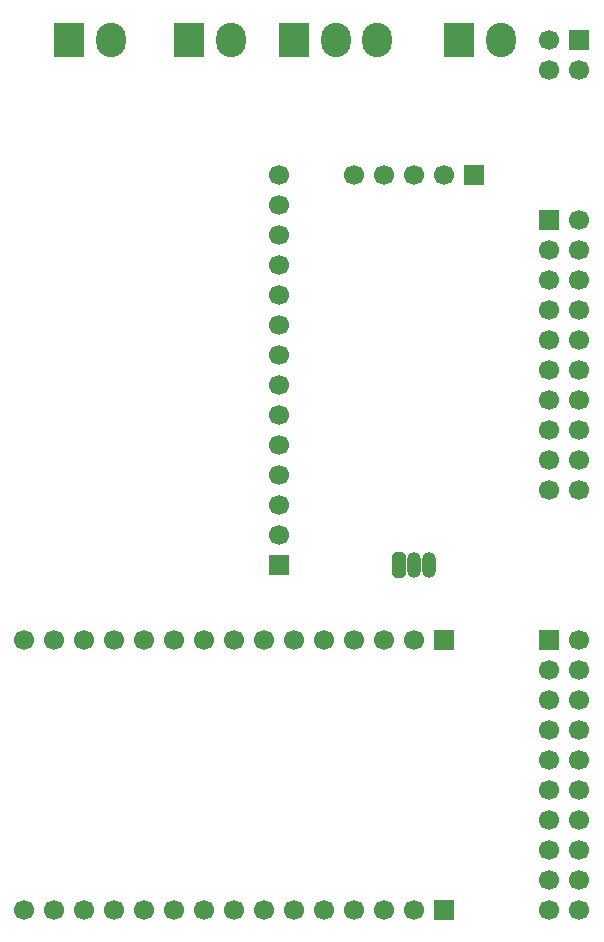
<source format=gbr>
G04 DipTrace 3.3.1.3*
G04 TopMask.gbr*
%MOIN*%
G04 #@! TF.FileFunction,Soldermask,Top*
G04 #@! TF.Part,Single*
%AMOUTLINE1*
4,1,8,
-0.023625,-0.03116,
-0.011475,-0.04331,
0.011475,-0.04331,
0.023625,-0.03116,
0.023625,0.03116,
0.011475,0.04331,
-0.011475,0.04331,
-0.023625,0.03116,
-0.023625,-0.03116,
0*%
%ADD28O,0.04725X0.08662*%
%ADD30O,0.098431X0.114179*%
%ADD32R,0.098431X0.114179*%
%ADD34C,0.066935*%
%ADD36R,0.066935X0.066935*%
%ADD40OUTLINE1*%
%FSLAX26Y26*%
G04*
G70*
G90*
G75*
G01*
G04 TopMask*
%LPD*%
D36*
X2393700Y1393700D3*
D34*
X2493700D3*
X2393700Y1293700D3*
X2493700D3*
X2393700Y1193700D3*
X2493700D3*
X2393700Y1093700D3*
X2493700D3*
X2393700Y993700D3*
X2493700D3*
X2393700Y893700D3*
X2493700D3*
X2393700Y793700D3*
X2493700D3*
X2393700Y693700D3*
X2493700D3*
X2393700Y593700D3*
X2493700D3*
X2393700Y493700D3*
X2493700D3*
D36*
X2393700Y2793700D3*
D34*
X2493700D3*
X2393700Y2693700D3*
X2493700D3*
X2393700Y2593700D3*
X2493700D3*
X2393700Y2493700D3*
X2493700D3*
X2393700Y2393700D3*
X2493700D3*
X2393700Y2293700D3*
X2493700D3*
X2393700Y2193700D3*
X2493700D3*
X2393700Y2093700D3*
X2493700D3*
X2393700Y1993700D3*
X2493700D3*
X2393700Y1893700D3*
X2493700D3*
D36*
Y3393700D3*
D34*
Y3293700D3*
X2393700Y3393700D3*
Y3293700D3*
D36*
X2143700Y2943700D3*
D34*
X2043700D3*
X1943700D3*
X1843700D3*
X1743700D3*
D32*
X2093700Y3393700D3*
D30*
X2231495D3*
D36*
X1493700Y1643700D3*
D34*
Y1743700D3*
Y1843700D3*
Y1943700D3*
Y2043700D3*
Y2143700D3*
Y2243700D3*
Y2343700D3*
Y2443700D3*
Y2543700D3*
Y2643700D3*
Y2743700D3*
Y2843700D3*
Y2943700D3*
D32*
X793700Y3393700D3*
D30*
X931495D3*
D32*
X1193700D3*
D30*
X1331495D3*
D40*
X1893700Y1643700D3*
D28*
X1943700D3*
X1993700D3*
D36*
X2043700Y493700D3*
D34*
X1943700D3*
X1843700D3*
X1743700D3*
X1643700D3*
X1543700D3*
X1443700D3*
X1343700D3*
X1243700D3*
X1143700D3*
X1043700D3*
X943700D3*
X843700D3*
X743700D3*
X643700D3*
D36*
X2043700Y1393700D3*
D34*
X1943700D3*
X1843700D3*
X1743700D3*
X1643700D3*
X1543700D3*
X1443700D3*
X1343700D3*
X1243700D3*
X1143700D3*
X1043700D3*
X943700D3*
X843700D3*
X743700D3*
X643700D3*
D32*
X1543700Y3393700D3*
D30*
X1681495D3*
X1819291D3*
M02*

</source>
